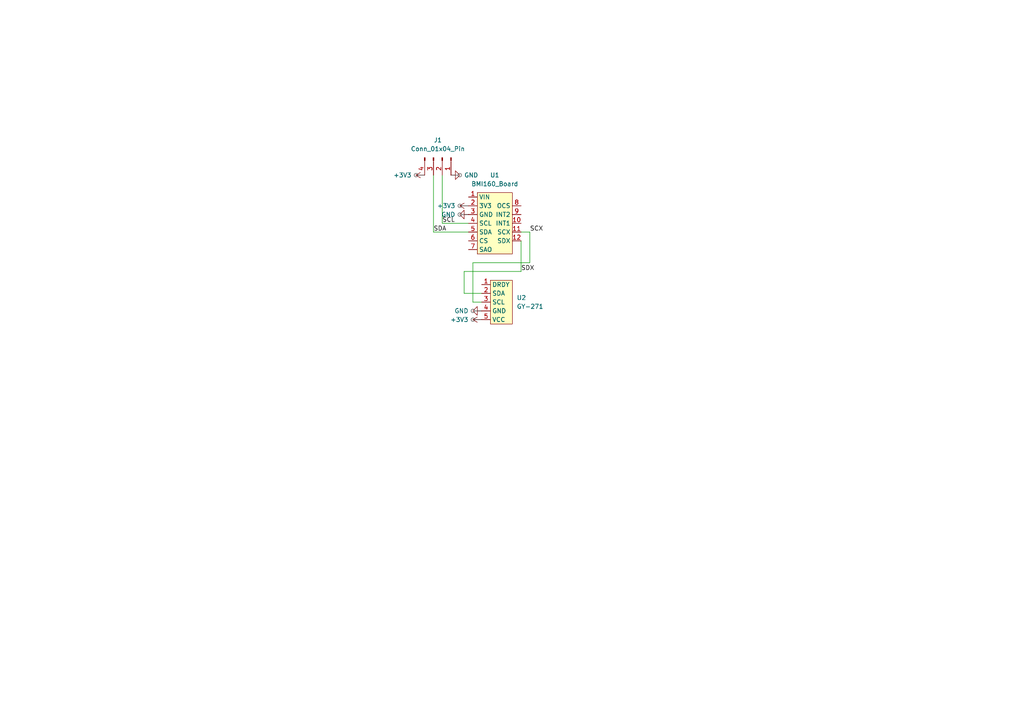
<source format=kicad_sch>
(kicad_sch (version 20231120) (generator "eeschema") (generator_version "8.0")
  (paper "A4")
  (lib_symbols
    (symbol "Connector:Conn_01x04_Pin" (pin_names (offset 1.016) hide)
      (property "Reference" "J" (at 0 5.08 0))
      (property "Value" "Conn_01x04_Pin" (at 0 -7.62 0))
      (symbol "Conn_01x04_Pin_1_1"
        (polyline (pts (xy 1.27 -5.08) (xy 0.8636 -5.08)) (stroke (width 0.1524)))
        (polyline (pts (xy 1.27 -2.54) (xy 0.8636 -2.54)) (stroke (width 0.1524)))
        (polyline (pts (xy 1.27 0) (xy 0.8636 0)) (stroke (width 0.1524)))
        (polyline (pts (xy 1.27 2.54) (xy 0.8636 2.54)) (stroke (width 0.1524)))
        (rectangle (start 0.8636 -4.953) (end 0 -5.207) (stroke (width 0.1524)) (fill (type outline)))
        (rectangle (start 0.8636 -2.413) (end 0 -2.667) (stroke (width 0.1524)) (fill (type outline)))
        (rectangle (start 0.8636 0.127) (end 0 -0.127) (stroke (width 0.1524)) (fill (type outline)))
        (rectangle (start 0.8636 2.667) (end 0 2.413) (stroke (width 0.1524)) (fill (type outline)))
        (pin passive line (at 5.08 2.54 180) (length 3.81) (name "Pin_1") (number "1"))
        (pin passive line (at 5.08 0 180) (length 3.81) (name "Pin_2") (number "2"))
        (pin passive line (at 5.08 -2.54 180) (length 3.81) (name "Pin_3") (number "3"))
        (pin passive line (at 5.08 -5.08 180) (length 3.81) (name "Pin_4") (number "4"))
      )
    )
    (symbol "Custom:BMI160_Board"
      (property "Reference" "U" (at 0 6.35 0))
      (property "Value" "BMI160_Board" (at 0.508 -13.97 0))
      (symbol "BMI160_Board_1_1"
        (rectangle (start -5.08 5.08) (end 5.08 -12.7) (fill (type background)))
        (pin power_in line (at -7.62 3.81 0) (length 2.54) (name "VIN") (number "1"))
        (pin bidirectional line (at 7.62 -3.81 180) (length 2.54) (name "INT1") (number "10"))
        (pin bidirectional line (at 7.62 -6.35 180) (length 2.54) (name "SCX") (number "11"))
        (pin bidirectional line (at 7.62 -8.89 180) (length 2.54) (name "SDX") (number "12"))
        (pin power_in line (at -7.62 1.27 0) (length 2.54) (name "3V3") (number "2"))
        (pin power_in line (at -7.62 -1.27 0) (length 2.54) (name "GND") (number "3"))
        (pin bidirectional line (at -7.62 -3.81 0) (length 2.54) (name "SCL") (number "4"))
        (pin bidirectional line (at -7.62 -6.35 0) (length 2.54) (name "SDA") (number "5"))
        (pin bidirectional line (at -7.62 -8.89 0) (length 2.54) (name "CS") (number "6"))
        (pin bidirectional line (at -7.62 -11.43 0) (length 2.54) (name "SAO") (number "7"))
        (pin bidirectional line (at 7.62 1.27 180) (length 2.54) (name "OCS") (number "8"))
        (pin bidirectional line (at 7.62 -1.27 180) (length 2.54) (name "INT2") (number "9"))
      )
    )
    (symbol "Custom:GY-271"
      (property "Reference" "U" (at 0.762 -7.874 0))
      (property "Value" "GY-271" (at 2.794 -1.016 90))
      (symbol "GY-271_1_1"
        (rectangle (start -2.54 6.35) (end 3.81 -6.35) (fill (type background)))
        (pin bidirectional line (at -5.08 5.08 0) (length 2.54) (name "DRDY") (number "1"))
        (pin bidirectional line (at -5.08 2.54 0) (length 2.54) (name "SDA") (number "2"))
        (pin bidirectional line (at -5.08 0 0) (length 2.54) (name "SCL") (number "3"))
        (pin power_in line (at -5.08 -2.54 0) (length 2.54) (name "GND") (number "4"))
        (pin power_in line (at -5.08 -5.08 0) (length 2.54) (name "VCC") (number "5"))
      )
    )
    (symbol "power:+3V3" (power) (pin_numbers hide) (pin_names (offset 0) hide)
      (property "Value" "+3V3" (at 0 3.556 0))
      (symbol "+3V3_0_1"
        (polyline (pts (xy -0.762 1.27) (xy 0 2.54)))
        (polyline (pts (xy 0 0) (xy 0 2.54)))
        (polyline (pts (xy 0 2.54) (xy 0.762 1.27)))
      )
      (symbol "+3V3_1_1"
        (pin power_in line (at 0 0 90) (length 0) (name "~") (number "1"))
      )
    )
    (symbol "power:GND" (power) (pin_numbers hide) (pin_names (offset 0) hide)
      (property "Value" "GND" (at 0 -3.81 0))
      (symbol "GND_0_1"
        (polyline (pts (xy 0 0) (xy 0 -1.27) (xy 1.27 -1.27) (xy 0 -2.54) (xy -1.27 -1.27) (xy 0 -1.27)))
      )
      (symbol "GND_1_1"
        (pin power_in line (at 0 0 270) (length 0) (name "~") (number "1"))
      )
    )
  )
  (wire (pts (xy 125.73 50.8) (xy 125.73 67.31)))
  (wire (pts (xy 134.62 85.09) (xy 139.7 85.09)))
  (wire (pts (xy 134.62 78.74) (xy 134.62 85.09)))
  (wire (pts (xy 137.16 76.2) (xy 153.67 76.2)))
  (wire (pts (xy 125.73 67.31) (xy 135.89 67.31)))
  (wire (pts (xy 137.16 87.63) (xy 139.7 87.63)))
  (wire (pts (xy 151.13 78.74) (xy 134.62 78.74)))
  (wire (pts (xy 137.16 76.2) (xy 137.16 87.63)))
  (wire (pts (xy 151.13 69.85) (xy 151.13 78.74)))
  (wire (pts (xy 128.27 50.8) (xy 128.27 64.77)))
  (wire (pts (xy 151.13 67.31) (xy 153.67 67.31)))
  (wire (pts (xy 153.67 67.31) (xy 153.67 76.2)))
  (wire (pts (xy 128.27 64.77) (xy 135.89 64.77)))
  (label "SCX" (at 153.67 67.31 0))
  (label "SDX" (at 151.13 78.74 0))
  (label "SCL" (at 128.27 64.77 0))
  (label "SDA" (at 125.73 67.31 0))
  (netclass_flag "" (length 2.54) (shape round) (at 139.7 92.71 90) (property "Netclass" "Power" (effects (hide yes))))
  (netclass_flag "" (length 2.54) (shape round) (at 130.81 50.8 270) (property "Netclass" "Power" (effects (hide yes))))
  (netclass_flag "" (length 2.54) (shape round) (at 135.89 59.69 90) (property "Netclass" "Power" (effects (hide yes))))
  (netclass_flag "" (length 2.54) (shape round) (at 135.89 62.23 90) (property "Netclass" "Power" (effects (hide yes))))
  (netclass_flag "" (length 2.54) (shape round) (at 123.19 50.8 90) (property "Netclass" "Power" (effects (hide yes))))
  (netclass_flag "" (length 2.54) (shape round) (at 139.7 90.17 90) (property "Netclass" "Power" (effects (hide yes))))
  (symbol (lib_id "power:+3V3") (at 123.19 50.8 90) (unit 1)
    (property "Reference" "#PWR01" (effects (hide yes)))
    (property "Value" "+3V3" (at 119.38 50.7999 90) (effects (justify left)))
    (property "Description" "Power symbol creates a global label with name \"+3V3\"" (effects (hide yes)))
  )
  (symbol (lib_id "power:+3V3") (at 135.89 59.69 90) (unit 1)
    (property "Reference" "#PWR03" (effects (hide yes)))
    (property "Value" "+3V3" (at 132.08 59.6899 90) (effects (justify left)))
    (property "Description" "Power symbol creates a global label with name \"+3V3\"" (effects (hide yes)))
  )
  (symbol (lib_id "power:+3V3") (at 139.7 92.71 90) (unit 1)
    (property "Reference" "#PWR06" (effects (hide yes)))
    (property "Value" "+3V3" (at 135.89 92.7099 90) (effects (justify left)))
    (property "Description" "Power symbol creates a global label with name \"+3V3\"" (effects (hide yes)))
  )
  (symbol (lib_id "power:GND") (at 139.7 90.17 270) (unit 1)
    (property "Reference" "#PWR07" (effects (hide yes)))
    (property "Value" "GND" (at 135.89 90.1699 90) (effects (justify right)))
    (property "Description" "Power symbol creates a global label with name \"GND\" , ground" (effects (hide yes)))
  )
  (symbol (lib_id "Custom:BMI160_Board") (at 143.51 60.96 0) (unit 1)
    (property "Reference" "U1" (at 143.51 50.8 0))
    (property "Value" "BMI160_Board" (at 143.51 53.34 0))
    (property "Footprint" "custom:BMI160_Board_both_sides_1" (effects (hide yes)))
  )
  (symbol (lib_id "power:GND") (at 135.89 62.23 270) (unit 1)
    (property "Reference" "#PWR05" (effects (hide yes)))
    (property "Value" "GND" (at 132.08 62.2299 90) (effects (justify right)))
    (property "Description" "Power symbol creates a global label with name \"GND\" , ground" (effects (hide yes)))
  )
  (symbol (lib_id "Connector:Conn_01x04_Pin") (at 128.27 45.72 270) (unit 1)
    (property "Reference" "J1" (at 127 40.64 90))
    (property "Value" "Conn_01x04_Pin" (at 127 43.18 90))
    (property "Footprint" "custom:JST_PH_1x4_labelled" (effects (hide yes)))
    (property "Description" "Generic connector, single row, 01x04, script generated" (effects (hide yes)))
  )
  (symbol (lib_id "Custom:GY-271") (at 144.78 87.63 0) (unit 1)
    (property "Reference" "U2" (at 149.86 86.3599 0) (effects (justify left)))
    (property "Value" "GY-271" (at 149.86 88.8999 0) (effects (justify left)))
    (property "Footprint" "custom:GY-271_both_sides_1" (effects (hide yes)))
  )
  (symbol (lib_id "power:GND") (at 130.81 50.8 90) (unit 1)
    (property "Reference" "#PWR02" (effects (hide yes)))
    (property "Value" "GND" (at 134.62 50.7999 90) (effects (justify right)))
    (property "Description" "Power symbol creates a global label with name \"GND\" , ground" (effects (hide yes)))
  )
)
</source>
